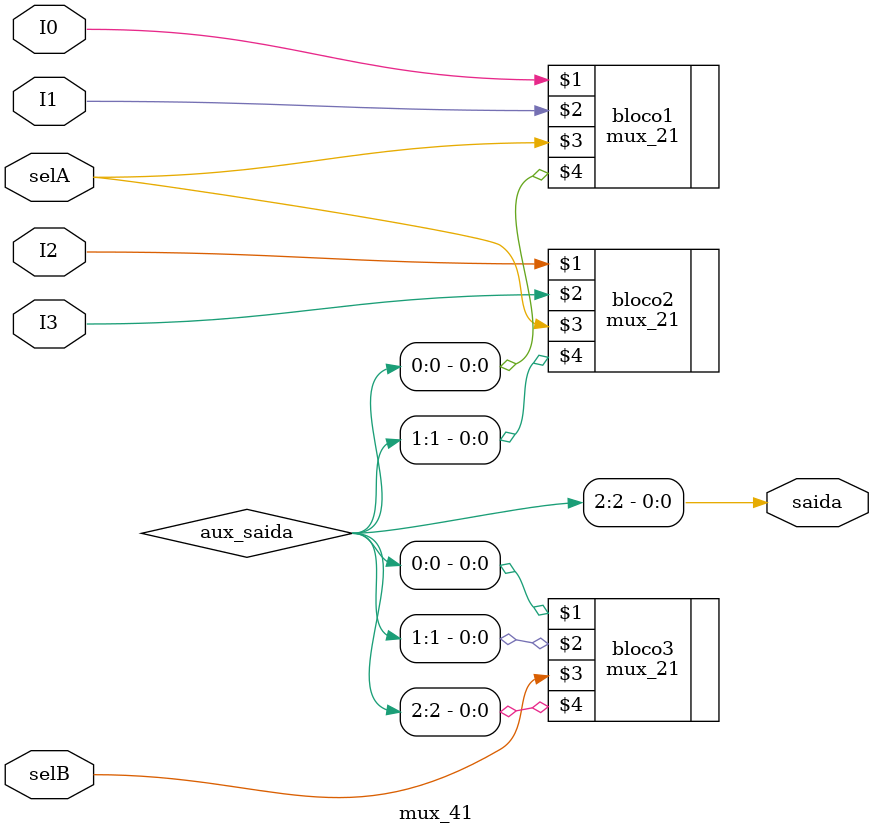
<source format=v>
module mux_41(I0,I1,I2,I3,selA,selB,saida);

	input I0,I1,I2,I3;
	input selA,selB;
	
	output saida;
	
	wire [2:0]aux_saida;
	
	mux_21 bloco1(I0,I1,selA,aux_saida[0]);
	mux_21 bloco2(I2,I3,selA,aux_saida[1]);
	mux_21 bloco3(aux_saida[0],aux_saida[1],selB,aux_saida[2]);
	
	assign saida = aux_saida[2];
	
endmodule

</source>
